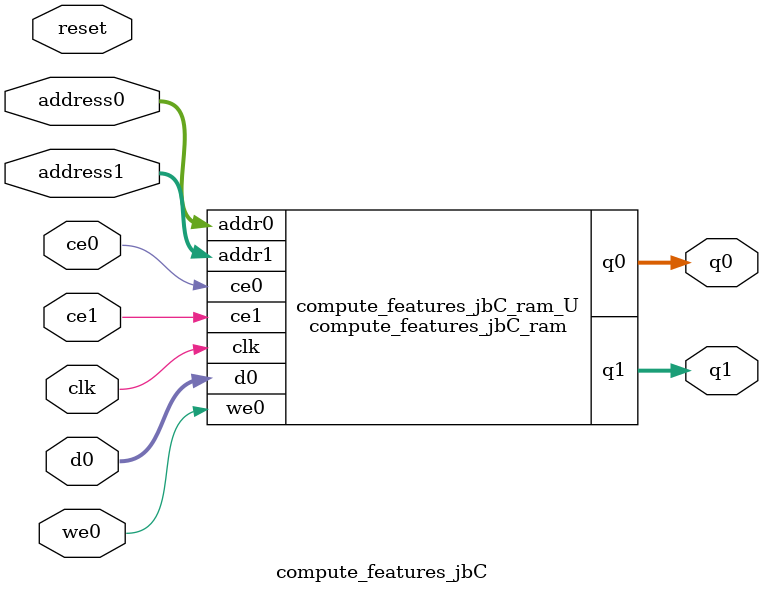
<source format=v>
`timescale 1 ns / 1 ps
module compute_features_jbC_ram (addr0, ce0, d0, we0, q0, addr1, ce1, q1,  clk);

parameter DWIDTH = 32;
parameter AWIDTH = 8;
parameter MEM_SIZE = 200;

input[AWIDTH-1:0] addr0;
input ce0;
input[DWIDTH-1:0] d0;
input we0;
output reg[DWIDTH-1:0] q0;
input[AWIDTH-1:0] addr1;
input ce1;
output reg[DWIDTH-1:0] q1;
input clk;

(* ram_style = "block" *)reg [DWIDTH-1:0] ram[0:MEM_SIZE-1];




always @(posedge clk)  
begin 
    if (ce0) 
    begin
        if (we0) 
        begin 
            ram[addr0] <= d0; 
        end 
        q0 <= ram[addr0];
    end
end


always @(posedge clk)  
begin 
    if (ce1) 
    begin
        q1 <= ram[addr1];
    end
end


endmodule

`timescale 1 ns / 1 ps
module compute_features_jbC(
    reset,
    clk,
    address0,
    ce0,
    we0,
    d0,
    q0,
    address1,
    ce1,
    q1);

parameter DataWidth = 32'd32;
parameter AddressRange = 32'd200;
parameter AddressWidth = 32'd8;
input reset;
input clk;
input[AddressWidth - 1:0] address0;
input ce0;
input we0;
input[DataWidth - 1:0] d0;
output[DataWidth - 1:0] q0;
input[AddressWidth - 1:0] address1;
input ce1;
output[DataWidth - 1:0] q1;



compute_features_jbC_ram compute_features_jbC_ram_U(
    .clk( clk ),
    .addr0( address0 ),
    .ce0( ce0 ),
    .we0( we0 ),
    .d0( d0 ),
    .q0( q0 ),
    .addr1( address1 ),
    .ce1( ce1 ),
    .q1( q1 ));

endmodule


</source>
